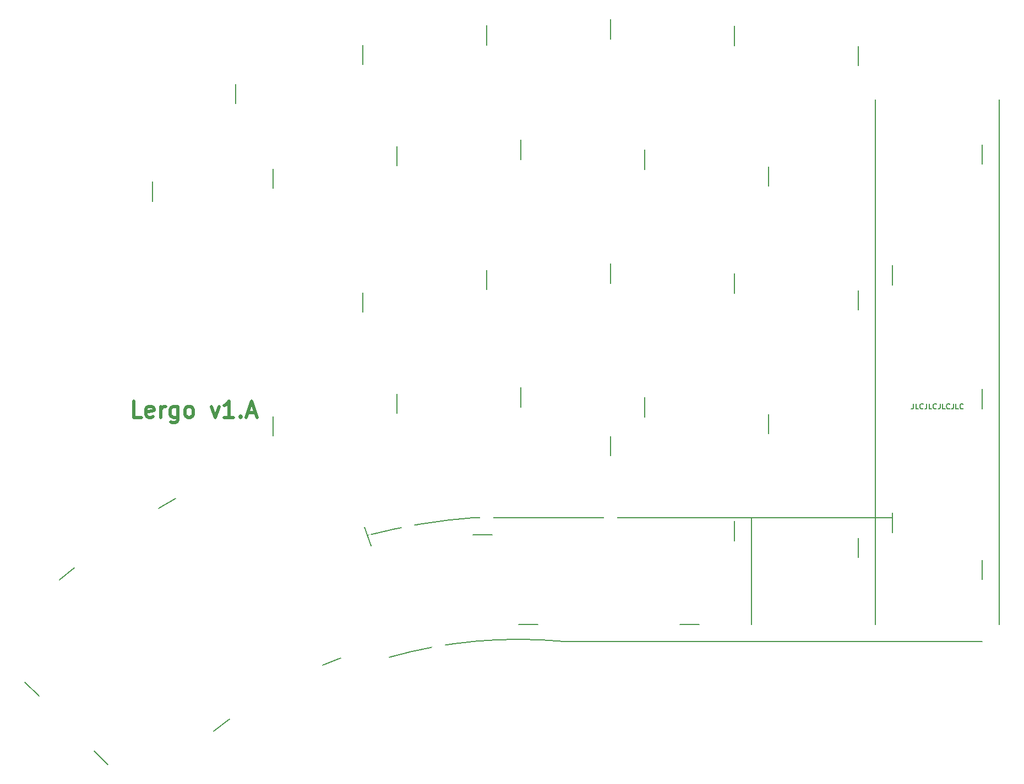
<source format=gto>
%TF.GenerationSoftware,KiCad,Pcbnew,5.1.12-84ad8e8a86~92~ubuntu20.04.1*%
%TF.CreationDate,2021-11-15T00:08:18+01:00*%
%TF.ProjectId,LergoTopPlate_Rails_LessRouting,4c657267-6f54-46f7-9050-6c6174655f52,v1.A*%
%TF.SameCoordinates,Original*%
%TF.FileFunction,Legend,Top*%
%TF.FilePolarity,Positive*%
%FSLAX46Y46*%
G04 Gerber Fmt 4.6, Leading zero omitted, Abs format (unit mm)*
G04 Created by KiCad (PCBNEW 5.1.12-84ad8e8a86~92~ubuntu20.04.1) date 2021-11-15 00:08:18*
%MOMM*%
%LPD*%
G01*
G04 APERTURE LIST*
%ADD10C,0.150000*%
%ADD11C,0.500000*%
%ADD12C,0.200000*%
%ADD13C,2.200000*%
%ADD14C,1.000000*%
%ADD15C,0.500000*%
%ADD16C,2.000000*%
%ADD17C,5.300000*%
%ADD18C,1.200000*%
%ADD19C,2.500000*%
%ADD20C,0.600000*%
G04 APERTURE END LIST*
D10*
X197625000Y-125043750D02*
X197625000Y-108595000D01*
X141915117Y-130076376D02*
G75*
G02*
X168683749Y-127645001I19845264J-69917224D01*
G01*
X138601923Y-111306885D02*
G75*
G02*
X154836250Y-108595000I23158458J-88686715D01*
G01*
X154836250Y-108595000D02*
X219276250Y-108595000D01*
X233123750Y-127645000D02*
X168683750Y-127645000D01*
X216675000Y-44276250D02*
X216675000Y-125043750D01*
X235725000Y-125043750D02*
X235725000Y-44276250D01*
D11*
X103804761Y-93155952D02*
X102614285Y-93155952D01*
X102614285Y-90655952D01*
X105590476Y-93036904D02*
X105352380Y-93155952D01*
X104876190Y-93155952D01*
X104638095Y-93036904D01*
X104519047Y-92798809D01*
X104519047Y-91846428D01*
X104638095Y-91608333D01*
X104876190Y-91489285D01*
X105352380Y-91489285D01*
X105590476Y-91608333D01*
X105709523Y-91846428D01*
X105709523Y-92084523D01*
X104519047Y-92322619D01*
X106780952Y-93155952D02*
X106780952Y-91489285D01*
X106780952Y-91965476D02*
X106900000Y-91727380D01*
X107019047Y-91608333D01*
X107257142Y-91489285D01*
X107495238Y-91489285D01*
X109400000Y-91489285D02*
X109400000Y-93513095D01*
X109280952Y-93751190D01*
X109161904Y-93870238D01*
X108923809Y-93989285D01*
X108566666Y-93989285D01*
X108328571Y-93870238D01*
X109400000Y-93036904D02*
X109161904Y-93155952D01*
X108685714Y-93155952D01*
X108447619Y-93036904D01*
X108328571Y-92917857D01*
X108209523Y-92679761D01*
X108209523Y-91965476D01*
X108328571Y-91727380D01*
X108447619Y-91608333D01*
X108685714Y-91489285D01*
X109161904Y-91489285D01*
X109400000Y-91608333D01*
X110947619Y-93155952D02*
X110709523Y-93036904D01*
X110590476Y-92917857D01*
X110471428Y-92679761D01*
X110471428Y-91965476D01*
X110590476Y-91727380D01*
X110709523Y-91608333D01*
X110947619Y-91489285D01*
X111304761Y-91489285D01*
X111542857Y-91608333D01*
X111661904Y-91727380D01*
X111780952Y-91965476D01*
X111780952Y-92679761D01*
X111661904Y-92917857D01*
X111542857Y-93036904D01*
X111304761Y-93155952D01*
X110947619Y-93155952D01*
X114519047Y-91489285D02*
X115114285Y-93155952D01*
X115709523Y-91489285D01*
X117971428Y-93155952D02*
X116542857Y-93155952D01*
X117257142Y-93155952D02*
X117257142Y-90655952D01*
X117019047Y-91013095D01*
X116780952Y-91251190D01*
X116542857Y-91370238D01*
X119042857Y-92917857D02*
X119161904Y-93036904D01*
X119042857Y-93155952D01*
X118923809Y-93036904D01*
X119042857Y-92917857D01*
X119042857Y-93155952D01*
X120114285Y-92441666D02*
X121304761Y-92441666D01*
X119876190Y-93155952D02*
X120709523Y-90655952D01*
X121542857Y-93155952D01*
D12*
X96499017Y-144486324D02*
X98620337Y-146607645D01*
X85892415Y-133879723D02*
X88013736Y-136001043D01*
X106441344Y-107178216D02*
X109039420Y-105678216D01*
X91164541Y-118194341D02*
X93462675Y-116265978D01*
X134454511Y-130151708D02*
X131682872Y-131299758D01*
X164760001Y-125020001D02*
X161760001Y-125020001D01*
X117308524Y-139598791D02*
X114928464Y-141425075D01*
X124050000Y-96010000D02*
X124050000Y-93010000D01*
X138089855Y-110061495D02*
X139066560Y-112898051D01*
X137850000Y-73960000D02*
X137850000Y-76960000D01*
X124050000Y-57910000D02*
X124050000Y-54910000D01*
X137850000Y-35860000D02*
X137850000Y-38860000D01*
X154760000Y-111220000D02*
X157760000Y-111220000D01*
X189600000Y-125020000D02*
X186600000Y-125020000D01*
X181200000Y-93090000D02*
X181200000Y-90090000D01*
X195000000Y-109140000D02*
X195000000Y-112140000D01*
X195000000Y-71040000D02*
X195000000Y-74040000D01*
X181200000Y-54990000D02*
X181200000Y-51990000D01*
X195000000Y-32940000D02*
X195000000Y-35940000D01*
X143100000Y-92510000D02*
X143100000Y-89510000D01*
X156900000Y-70460000D02*
X156900000Y-73460000D01*
X143100000Y-54410000D02*
X143100000Y-51410000D01*
X156900000Y-32860000D02*
X156900000Y-35860000D01*
X162150000Y-91550000D02*
X162150000Y-88550000D01*
X175950000Y-96070000D02*
X175950000Y-99070000D01*
X175950000Y-69500000D02*
X175950000Y-72500000D01*
X162150000Y-53450000D02*
X162150000Y-50450000D01*
X175950000Y-31900000D02*
X175950000Y-34900000D01*
X200250000Y-95670000D02*
X200250000Y-92670000D01*
X200250000Y-57570000D02*
X200250000Y-54570000D01*
X214050000Y-111720000D02*
X214050000Y-114720000D01*
X214050000Y-73620000D02*
X214050000Y-76620000D01*
X214050000Y-36020000D02*
X214050000Y-39020000D01*
X233100000Y-115120000D02*
X233100000Y-118120000D01*
X219300000Y-110850000D02*
X219300000Y-107850000D01*
X219300000Y-72750000D02*
X219300000Y-69750000D01*
X233100000Y-88800000D02*
X233100000Y-91800000D01*
X233100000Y-51200000D02*
X233100000Y-54200000D01*
X105500000Y-56887500D02*
X105500000Y-59887500D01*
X118300000Y-41887500D02*
X118300000Y-44887500D01*
D10*
X222504761Y-91061904D02*
X222504761Y-91633333D01*
X222466666Y-91747619D01*
X222390476Y-91823809D01*
X222276190Y-91861904D01*
X222200000Y-91861904D01*
X223266666Y-91861904D02*
X222885714Y-91861904D01*
X222885714Y-91061904D01*
X223990476Y-91785714D02*
X223952380Y-91823809D01*
X223838095Y-91861904D01*
X223761904Y-91861904D01*
X223647619Y-91823809D01*
X223571428Y-91747619D01*
X223533333Y-91671428D01*
X223495238Y-91519047D01*
X223495238Y-91404761D01*
X223533333Y-91252380D01*
X223571428Y-91176190D01*
X223647619Y-91100000D01*
X223761904Y-91061904D01*
X223838095Y-91061904D01*
X223952380Y-91100000D01*
X223990476Y-91138095D01*
X224561904Y-91061904D02*
X224561904Y-91633333D01*
X224523809Y-91747619D01*
X224447619Y-91823809D01*
X224333333Y-91861904D01*
X224257142Y-91861904D01*
X225323809Y-91861904D02*
X224942857Y-91861904D01*
X224942857Y-91061904D01*
X226047619Y-91785714D02*
X226009523Y-91823809D01*
X225895238Y-91861904D01*
X225819047Y-91861904D01*
X225704761Y-91823809D01*
X225628571Y-91747619D01*
X225590476Y-91671428D01*
X225552380Y-91519047D01*
X225552380Y-91404761D01*
X225590476Y-91252380D01*
X225628571Y-91176190D01*
X225704761Y-91100000D01*
X225819047Y-91061904D01*
X225895238Y-91061904D01*
X226009523Y-91100000D01*
X226047619Y-91138095D01*
X226619047Y-91061904D02*
X226619047Y-91633333D01*
X226580952Y-91747619D01*
X226504761Y-91823809D01*
X226390476Y-91861904D01*
X226314285Y-91861904D01*
X227380952Y-91861904D02*
X227000000Y-91861904D01*
X227000000Y-91061904D01*
X228104761Y-91785714D02*
X228066666Y-91823809D01*
X227952380Y-91861904D01*
X227876190Y-91861904D01*
X227761904Y-91823809D01*
X227685714Y-91747619D01*
X227647619Y-91671428D01*
X227609523Y-91519047D01*
X227609523Y-91404761D01*
X227647619Y-91252380D01*
X227685714Y-91176190D01*
X227761904Y-91100000D01*
X227876190Y-91061904D01*
X227952380Y-91061904D01*
X228066666Y-91100000D01*
X228104761Y-91138095D01*
X228676190Y-91061904D02*
X228676190Y-91633333D01*
X228638095Y-91747619D01*
X228561904Y-91823809D01*
X228447619Y-91861904D01*
X228371428Y-91861904D01*
X229438095Y-91861904D02*
X229057142Y-91861904D01*
X229057142Y-91061904D01*
X230161904Y-91785714D02*
X230123809Y-91823809D01*
X230009523Y-91861904D01*
X229933333Y-91861904D01*
X229819047Y-91823809D01*
X229742857Y-91747619D01*
X229704761Y-91671428D01*
X229666666Y-91519047D01*
X229666666Y-91404761D01*
X229704761Y-91252380D01*
X229742857Y-91176190D01*
X229819047Y-91100000D01*
X229933333Y-91061904D01*
X230009523Y-91061904D01*
X230123809Y-91100000D01*
X230161904Y-91138095D01*
%LPC*%
D13*
X138917245Y-131422627D03*
X134142390Y-112413135D03*
X149488850Y-128767223D03*
D14*
X144713995Y-109757730D03*
D13*
X120645220Y-117880052D03*
X130445220Y-134854150D03*
X111205544Y-123330052D03*
X121005544Y-140304150D03*
X106945463Y-152886146D03*
X93086171Y-139026854D03*
X114652927Y-145178682D03*
X100793635Y-131319390D03*
X93475079Y-139415762D03*
X79615787Y-125556470D03*
X101182543Y-131708298D03*
X87323251Y-117849006D03*
X111480544Y-123806366D03*
X101680544Y-106832268D03*
X120920220Y-118356366D03*
X111120220Y-101382268D03*
D15*
X97312190Y-145794472D03*
X86705588Y-135187870D03*
X107565382Y-106125107D03*
X92088632Y-116962044D03*
X133202631Y-131049091D03*
X163260001Y-125370001D03*
X116331560Y-140789607D03*
X123700000Y-94510000D03*
X138909139Y-111365824D03*
X138200000Y-75460000D03*
X123700000Y-56410000D03*
X138200000Y-37360000D03*
X156260000Y-110870000D03*
X188100000Y-125370000D03*
X180850000Y-91590000D03*
X195350000Y-110640000D03*
X195350000Y-72540000D03*
X180850000Y-53490000D03*
X195350000Y-34440000D03*
X142750000Y-91010000D03*
X157250000Y-71960000D03*
X142750000Y-52910000D03*
X157250000Y-34360000D03*
X161800000Y-90050000D03*
X176300000Y-97570000D03*
X176300000Y-71000000D03*
X161800000Y-51950000D03*
X176300000Y-33400000D03*
X199900000Y-94170000D03*
X199900000Y-56070000D03*
X214400000Y-113220000D03*
X214400000Y-75120000D03*
X214400000Y-37520000D03*
X233450000Y-116620000D03*
X218950000Y-109350000D03*
X218950000Y-71250000D03*
X233450000Y-90300000D03*
X233450000Y-52700000D03*
X118650000Y-43387500D03*
X105150000Y-58387500D03*
D16*
X103756250Y-84581250D03*
X120043750Y-30157500D03*
X120043750Y-67912500D03*
X103756250Y-67912500D03*
X103756250Y-30157500D03*
X120043750Y-84581250D03*
D17*
X98638899Y-34932171D03*
X98638899Y-159529137D03*
X232220381Y-136740000D03*
X232220381Y-37928844D03*
D16*
X175973750Y-108595000D03*
X156923750Y-108575000D03*
X144793444Y-109920811D03*
X105500000Y-99000000D03*
X157143750Y-21659375D03*
D18*
X223818750Y-38103125D03*
X219056250Y-33340625D03*
D19*
X221437500Y-35721875D03*
D20*
X194800000Y-124820000D03*
M02*

</source>
